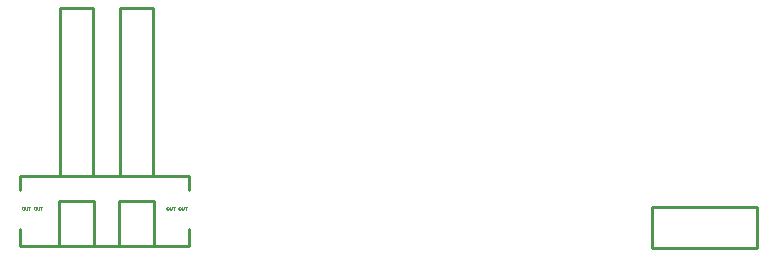
<source format=gbr>
G04 DipTrace 2.4.0.2*
%INTopAssy.gbr*%
%MOIN*%
%ADD10C,0.0098*%
%ADD101C,0.0015*%
%FSLAX44Y44*%
G04*
G70*
G90*
G75*
G01*
%LNTopAssy*%
%LPD*%
X10734Y20587D2*
D10*
X9546D1*
Y22088D1*
X10734D1*
Y20587D1*
X12734D2*
X11546D1*
Y22088D1*
X12734D1*
Y20587D1*
X13875Y21152D2*
Y20590D1*
X8250D1*
Y21152D1*
Y22465D2*
Y22902D1*
X13875D1*
Y22465D1*
X12692Y22902D2*
X11589D1*
Y28529D1*
X12692D1*
Y22902D1*
X10691D2*
X9589D1*
Y28529D1*
X10691D1*
Y22902D1*
X29312Y20504D2*
X32804D1*
Y21881D1*
X29312D1*
Y20504D1*
X13206Y21867D2*
D101*
X13201Y21877D1*
X13192Y21886D1*
X13182Y21891D1*
X13163D1*
X13153Y21886D1*
X13144Y21877D1*
X13139Y21867D1*
X13134Y21853D1*
Y21829D1*
X13139Y21815D1*
X13144Y21805D1*
X13153Y21796D1*
X13163Y21791D1*
X13182D1*
X13192Y21796D1*
X13201Y21805D1*
X13206Y21815D1*
X13237Y21891D2*
Y21819D1*
X13242Y21805D1*
X13251Y21796D1*
X13266Y21791D1*
X13275D1*
X13290Y21796D1*
X13299Y21805D1*
X13304Y21819D1*
Y21891D1*
X13368D2*
Y21791D1*
X13335Y21891D2*
X13402D1*
X13559D2*
X13549Y21886D1*
X13540Y21877D1*
X13535Y21867D1*
X13530Y21853D1*
Y21829D1*
X13535Y21815D1*
X13540Y21805D1*
X13549Y21796D1*
X13559Y21791D1*
X13578D1*
X13587Y21796D1*
X13597Y21805D1*
X13602Y21815D1*
X13606Y21829D1*
Y21853D1*
X13602Y21867D1*
X13597Y21877D1*
X13587Y21886D1*
X13578Y21891D1*
X13559D1*
X13637D2*
Y21819D1*
X13642Y21805D1*
X13652Y21796D1*
X13666Y21791D1*
X13676D1*
X13690Y21796D1*
X13700Y21805D1*
X13704Y21819D1*
Y21891D1*
X13769D2*
Y21791D1*
X13735Y21891D2*
X13802D1*
X8394Y21867D2*
X8389Y21877D1*
X8379Y21886D1*
X8370Y21891D1*
X8351D1*
X8341Y21886D1*
X8331Y21877D1*
X8327Y21867D1*
X8322Y21853D1*
Y21829D1*
X8327Y21815D1*
X8331Y21805D1*
X8341Y21796D1*
X8351Y21791D1*
X8370D1*
X8379Y21796D1*
X8389Y21805D1*
X8394Y21815D1*
X8424Y21891D2*
Y21819D1*
X8429Y21805D1*
X8439Y21796D1*
X8453Y21791D1*
X8463D1*
X8477Y21796D1*
X8487Y21805D1*
X8491Y21819D1*
Y21891D1*
X8556D2*
Y21791D1*
X8522Y21891D2*
X8589D1*
X8746D2*
X8737Y21886D1*
X8727Y21877D1*
X8722Y21867D1*
X8717Y21853D1*
Y21829D1*
X8722Y21815D1*
X8727Y21805D1*
X8737Y21796D1*
X8746Y21791D1*
X8765D1*
X8775Y21796D1*
X8784Y21805D1*
X8789Y21815D1*
X8794Y21829D1*
Y21853D1*
X8789Y21867D1*
X8784Y21877D1*
X8775Y21886D1*
X8765Y21891D1*
X8746D1*
X8825D2*
Y21819D1*
X8830Y21805D1*
X8839Y21796D1*
X8854Y21791D1*
X8863D1*
X8877Y21796D1*
X8887Y21805D1*
X8892Y21819D1*
Y21891D1*
X8956D2*
Y21791D1*
X8923Y21891D2*
X8990D1*
M02*

</source>
